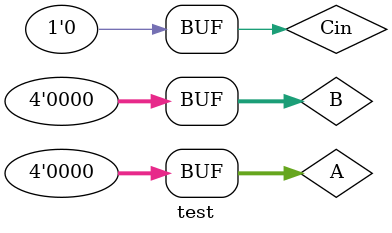
<source format=v>
`timescale 1ns / 1ps


module test;

	// Inputs
	reg [3:0] A;
	reg [3:0] B;
	reg Cin;

	// Instantiate the Unit Under Test (UUT)
	ttest uut (
		.A(A), 
		.B(B), 
		.Cin(Cin)
	);

	initial begin
		// Initialize Inputs
		A = 0;
		B = 0;
		Cin = 0;

		// Wait 100 ns for global reset to finish
		#100;
        
		// Add stimulus here

	end
      
endmodule


</source>
